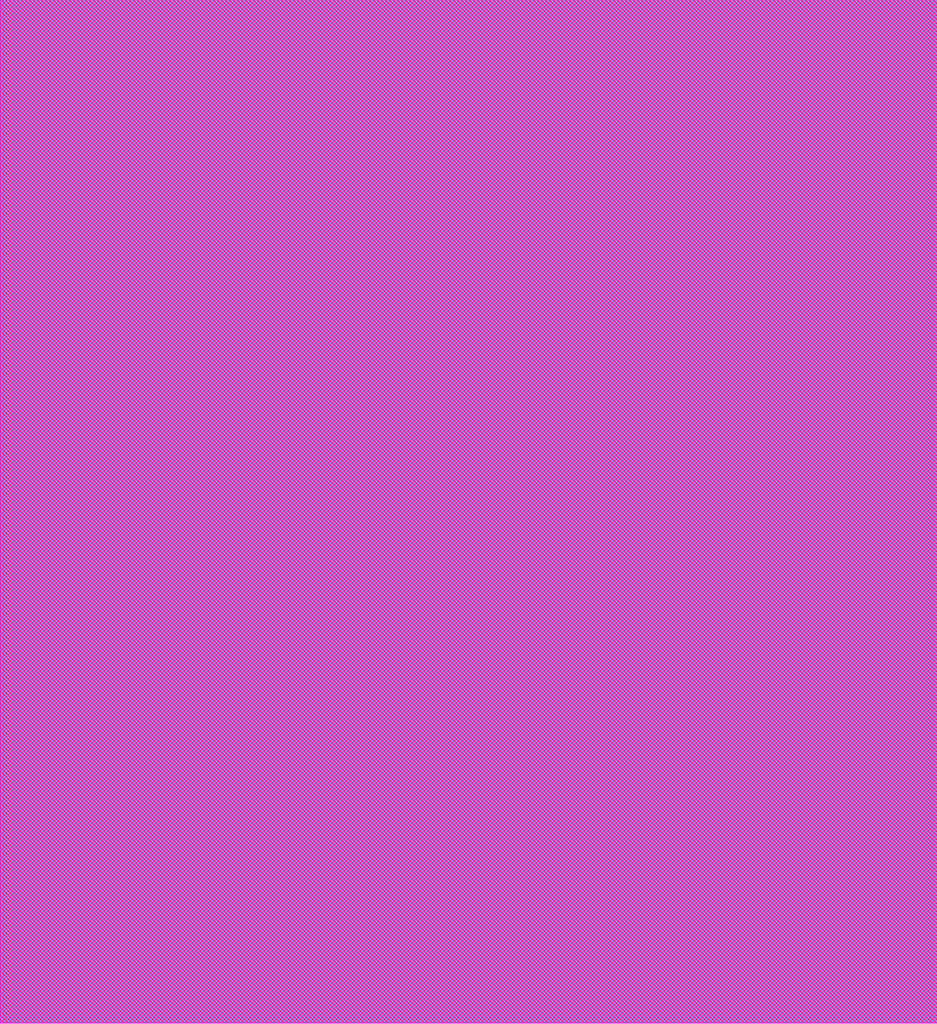
<source format=lef>
###############################################################
#  Generated by:      Cadence Innovus 23.31-s109_1
#  OS:                Linux x86_64(Host ID ei-vm-018.othr.de)
#  Generated on:      Sat Jun 21 02:13:10 2025
#  Design:            fpga_top
#  Command:           savePartition -dir Partitions -def
###############################################################

VERSION 5.8 ;

BUSBITCHARS "[]" ;
DIVIDERCHAR "/" ;

MACRO grid_clb
  CLASS BLOCK ;
  FOREIGN grid_clb 0.000000 0.000000 ;
  ORIGIN 0.000000 0.000000 ;
  SIZE 643.680000 BY 703.080000 ;
  SYMMETRY X Y R90 ;
  PIN pReset[0]
    DIRECTION INPUT ;
    USE SIGNAL ;
  END pReset[0]
  PIN prog_clk[0]
    DIRECTION INPUT ;
    USE SIGNAL ;
  END prog_clk[0]
  PIN set[0]
    DIRECTION INPUT ;
    USE SIGNAL ;
  END set[0]
  PIN reset[0]
    DIRECTION INPUT ;
    USE SIGNAL ;
  END reset[0]
  PIN clk[0]
    DIRECTION INPUT ;
    USE SIGNAL ;
  END clk[0]
  PIN top_width_0_height_0_subtile_0__pin_I_0_[0]
    DIRECTION INPUT ;
    USE SIGNAL ;
  END top_width_0_height_0_subtile_0__pin_I_0_[0]
  PIN top_width_0_height_0_subtile_0__pin_I_4_[0]
    DIRECTION INPUT ;
    USE SIGNAL ;
  END top_width_0_height_0_subtile_0__pin_I_4_[0]
  PIN top_width_0_height_0_subtile_0__pin_I_8_[0]
    DIRECTION INPUT ;
    USE SIGNAL ;
  END top_width_0_height_0_subtile_0__pin_I_8_[0]
  PIN top_width_0_height_0_subtile_0__pin_I_12_[0]
    DIRECTION INPUT ;
    USE SIGNAL ;
  END top_width_0_height_0_subtile_0__pin_I_12_[0]
  PIN top_width_0_height_0_subtile_0__pin_I_16_[0]
    DIRECTION INPUT ;
    USE SIGNAL ;
  END top_width_0_height_0_subtile_0__pin_I_16_[0]
  PIN top_width_0_height_0_subtile_0__pin_I_20_[0]
    DIRECTION INPUT ;
    USE SIGNAL ;
  END top_width_0_height_0_subtile_0__pin_I_20_[0]
  PIN top_width_0_height_0_subtile_0__pin_I_24_[0]
    DIRECTION INPUT ;
    USE SIGNAL ;
  END top_width_0_height_0_subtile_0__pin_I_24_[0]
  PIN top_width_0_height_0_subtile_0__pin_I_28_[0]
    DIRECTION INPUT ;
    USE SIGNAL ;
  END top_width_0_height_0_subtile_0__pin_I_28_[0]
  PIN top_width_0_height_0_subtile_0__pin_I_32_[0]
    DIRECTION INPUT ;
    USE SIGNAL ;
  END top_width_0_height_0_subtile_0__pin_I_32_[0]
  PIN top_width_0_height_0_subtile_0__pin_I_36_[0]
    DIRECTION INPUT ;
    USE SIGNAL ;
  END top_width_0_height_0_subtile_0__pin_I_36_[0]
  PIN top_width_0_height_0_subtile_0__pin_clk_0_[0]
    DIRECTION INPUT ;
    USE SIGNAL ;
  END top_width_0_height_0_subtile_0__pin_clk_0_[0]
  PIN right_width_0_height_0_subtile_0__pin_I_1_[0]
    DIRECTION INPUT ;
    USE SIGNAL ;
  END right_width_0_height_0_subtile_0__pin_I_1_[0]
  PIN right_width_0_height_0_subtile_0__pin_I_5_[0]
    DIRECTION INPUT ;
    USE SIGNAL ;
  END right_width_0_height_0_subtile_0__pin_I_5_[0]
  PIN right_width_0_height_0_subtile_0__pin_I_9_[0]
    DIRECTION INPUT ;
    USE SIGNAL ;
  END right_width_0_height_0_subtile_0__pin_I_9_[0]
  PIN right_width_0_height_0_subtile_0__pin_I_13_[0]
    DIRECTION INPUT ;
    USE SIGNAL ;
  END right_width_0_height_0_subtile_0__pin_I_13_[0]
  PIN right_width_0_height_0_subtile_0__pin_I_17_[0]
    DIRECTION INPUT ;
    USE SIGNAL ;
  END right_width_0_height_0_subtile_0__pin_I_17_[0]
  PIN right_width_0_height_0_subtile_0__pin_I_21_[0]
    DIRECTION INPUT ;
    USE SIGNAL ;
  END right_width_0_height_0_subtile_0__pin_I_21_[0]
  PIN right_width_0_height_0_subtile_0__pin_I_25_[0]
    DIRECTION INPUT ;
    USE SIGNAL ;
  END right_width_0_height_0_subtile_0__pin_I_25_[0]
  PIN right_width_0_height_0_subtile_0__pin_I_29_[0]
    DIRECTION INPUT ;
    USE SIGNAL ;
  END right_width_0_height_0_subtile_0__pin_I_29_[0]
  PIN right_width_0_height_0_subtile_0__pin_I_33_[0]
    DIRECTION INPUT ;
    USE SIGNAL ;
  END right_width_0_height_0_subtile_0__pin_I_33_[0]
  PIN right_width_0_height_0_subtile_0__pin_I_37_[0]
    DIRECTION INPUT ;
    USE SIGNAL ;
  END right_width_0_height_0_subtile_0__pin_I_37_[0]
  PIN bottom_width_0_height_0_subtile_0__pin_I_2_[0]
    DIRECTION INPUT ;
    USE SIGNAL ;
  END bottom_width_0_height_0_subtile_0__pin_I_2_[0]
  PIN bottom_width_0_height_0_subtile_0__pin_I_6_[0]
    DIRECTION INPUT ;
    USE SIGNAL ;
  END bottom_width_0_height_0_subtile_0__pin_I_6_[0]
  PIN bottom_width_0_height_0_subtile_0__pin_I_10_[0]
    DIRECTION INPUT ;
    USE SIGNAL ;
  END bottom_width_0_height_0_subtile_0__pin_I_10_[0]
  PIN bottom_width_0_height_0_subtile_0__pin_I_14_[0]
    DIRECTION INPUT ;
    USE SIGNAL ;
  END bottom_width_0_height_0_subtile_0__pin_I_14_[0]
  PIN bottom_width_0_height_0_subtile_0__pin_I_18_[0]
    DIRECTION INPUT ;
    USE SIGNAL ;
  END bottom_width_0_height_0_subtile_0__pin_I_18_[0]
  PIN bottom_width_0_height_0_subtile_0__pin_I_22_[0]
    DIRECTION INPUT ;
    USE SIGNAL ;
  END bottom_width_0_height_0_subtile_0__pin_I_22_[0]
  PIN bottom_width_0_height_0_subtile_0__pin_I_26_[0]
    DIRECTION INPUT ;
    USE SIGNAL ;
  END bottom_width_0_height_0_subtile_0__pin_I_26_[0]
  PIN bottom_width_0_height_0_subtile_0__pin_I_30_[0]
    DIRECTION INPUT ;
    USE SIGNAL ;
  END bottom_width_0_height_0_subtile_0__pin_I_30_[0]
  PIN bottom_width_0_height_0_subtile_0__pin_I_34_[0]
    DIRECTION INPUT ;
    USE SIGNAL ;
  END bottom_width_0_height_0_subtile_0__pin_I_34_[0]
  PIN bottom_width_0_height_0_subtile_0__pin_I_38_[0]
    DIRECTION INPUT ;
    USE SIGNAL ;
  END bottom_width_0_height_0_subtile_0__pin_I_38_[0]
  PIN left_width_0_height_0_subtile_0__pin_I_3_[0]
    DIRECTION INPUT ;
    USE SIGNAL ;
  END left_width_0_height_0_subtile_0__pin_I_3_[0]
  PIN left_width_0_height_0_subtile_0__pin_I_7_[0]
    DIRECTION INPUT ;
    USE SIGNAL ;
  END left_width_0_height_0_subtile_0__pin_I_7_[0]
  PIN left_width_0_height_0_subtile_0__pin_I_11_[0]
    DIRECTION INPUT ;
    USE SIGNAL ;
  END left_width_0_height_0_subtile_0__pin_I_11_[0]
  PIN left_width_0_height_0_subtile_0__pin_I_15_[0]
    DIRECTION INPUT ;
    USE SIGNAL ;
  END left_width_0_height_0_subtile_0__pin_I_15_[0]
  PIN left_width_0_height_0_subtile_0__pin_I_19_[0]
    DIRECTION INPUT ;
    USE SIGNAL ;
  END left_width_0_height_0_subtile_0__pin_I_19_[0]
  PIN left_width_0_height_0_subtile_0__pin_I_23_[0]
    DIRECTION INPUT ;
    USE SIGNAL ;
  END left_width_0_height_0_subtile_0__pin_I_23_[0]
  PIN left_width_0_height_0_subtile_0__pin_I_27_[0]
    DIRECTION INPUT ;
    USE SIGNAL ;
  END left_width_0_height_0_subtile_0__pin_I_27_[0]
  PIN left_width_0_height_0_subtile_0__pin_I_31_[0]
    DIRECTION INPUT ;
    USE SIGNAL ;
  END left_width_0_height_0_subtile_0__pin_I_31_[0]
  PIN left_width_0_height_0_subtile_0__pin_I_35_[0]
    DIRECTION INPUT ;
    USE SIGNAL ;
  END left_width_0_height_0_subtile_0__pin_I_35_[0]
  PIN left_width_0_height_0_subtile_0__pin_I_39_[0]
    DIRECTION INPUT ;
    USE SIGNAL ;
  END left_width_0_height_0_subtile_0__pin_I_39_[0]
  PIN ccff_head[0]
    DIRECTION INPUT ;
    USE SIGNAL ;
  END ccff_head[0]
  PIN top_width_0_height_0_subtile_0__pin_O_0_[0]
    DIRECTION OUTPUT ;
    USE SIGNAL ;
  END top_width_0_height_0_subtile_0__pin_O_0_[0]
  PIN top_width_0_height_0_subtile_0__pin_O_4_[0]
    DIRECTION OUTPUT ;
    USE SIGNAL ;
  END top_width_0_height_0_subtile_0__pin_O_4_[0]
  PIN top_width_0_height_0_subtile_0__pin_O_8_[0]
    DIRECTION OUTPUT ;
    USE SIGNAL ;
  END top_width_0_height_0_subtile_0__pin_O_8_[0]
  PIN top_width_0_height_0_subtile_0__pin_O_12_[0]
    DIRECTION OUTPUT ;
    USE SIGNAL ;
  END top_width_0_height_0_subtile_0__pin_O_12_[0]
  PIN top_width_0_height_0_subtile_0__pin_O_16_[0]
    DIRECTION OUTPUT ;
    USE SIGNAL ;
  END top_width_0_height_0_subtile_0__pin_O_16_[0]
  PIN right_width_0_height_0_subtile_0__pin_O_1_[0]
    DIRECTION OUTPUT ;
    USE SIGNAL ;
  END right_width_0_height_0_subtile_0__pin_O_1_[0]
  PIN right_width_0_height_0_subtile_0__pin_O_5_[0]
    DIRECTION OUTPUT ;
    USE SIGNAL ;
  END right_width_0_height_0_subtile_0__pin_O_5_[0]
  PIN right_width_0_height_0_subtile_0__pin_O_9_[0]
    DIRECTION OUTPUT ;
    USE SIGNAL ;
  END right_width_0_height_0_subtile_0__pin_O_9_[0]
  PIN right_width_0_height_0_subtile_0__pin_O_13_[0]
    DIRECTION OUTPUT ;
    USE SIGNAL ;
  END right_width_0_height_0_subtile_0__pin_O_13_[0]
  PIN right_width_0_height_0_subtile_0__pin_O_17_[0]
    DIRECTION OUTPUT ;
    USE SIGNAL ;
  END right_width_0_height_0_subtile_0__pin_O_17_[0]
  PIN bottom_width_0_height_0_subtile_0__pin_O_2_[0]
    DIRECTION OUTPUT ;
    USE SIGNAL ;
  END bottom_width_0_height_0_subtile_0__pin_O_2_[0]
  PIN bottom_width_0_height_0_subtile_0__pin_O_6_[0]
    DIRECTION OUTPUT ;
    USE SIGNAL ;
  END bottom_width_0_height_0_subtile_0__pin_O_6_[0]
  PIN bottom_width_0_height_0_subtile_0__pin_O_10_[0]
    DIRECTION OUTPUT ;
    USE SIGNAL ;
  END bottom_width_0_height_0_subtile_0__pin_O_10_[0]
  PIN bottom_width_0_height_0_subtile_0__pin_O_14_[0]
    DIRECTION OUTPUT ;
    USE SIGNAL ;
  END bottom_width_0_height_0_subtile_0__pin_O_14_[0]
  PIN bottom_width_0_height_0_subtile_0__pin_O_18_[0]
    DIRECTION OUTPUT ;
    USE SIGNAL ;
  END bottom_width_0_height_0_subtile_0__pin_O_18_[0]
  PIN left_width_0_height_0_subtile_0__pin_O_3_[0]
    DIRECTION OUTPUT ;
    USE SIGNAL ;
  END left_width_0_height_0_subtile_0__pin_O_3_[0]
  PIN left_width_0_height_0_subtile_0__pin_O_7_[0]
    DIRECTION OUTPUT ;
    USE SIGNAL ;
  END left_width_0_height_0_subtile_0__pin_O_7_[0]
  PIN left_width_0_height_0_subtile_0__pin_O_11_[0]
    DIRECTION OUTPUT ;
    USE SIGNAL ;
  END left_width_0_height_0_subtile_0__pin_O_11_[0]
  PIN left_width_0_height_0_subtile_0__pin_O_15_[0]
    DIRECTION OUTPUT ;
    USE SIGNAL ;
  END left_width_0_height_0_subtile_0__pin_O_15_[0]
  PIN left_width_0_height_0_subtile_0__pin_O_19_[0]
    DIRECTION OUTPUT ;
    USE SIGNAL ;
  END left_width_0_height_0_subtile_0__pin_O_19_[0]
  PIN ccff_tail[0]
    DIRECTION OUTPUT ;
    USE SIGNAL ;
  END ccff_tail[0]
  OBS
    LAYER TopMetal2 ;
      RECT 0.000000 0.000000 643.680000 703.080000 ;
    LAYER TopMetal1 ;
      RECT 0.000000 0.000000 643.680000 703.080000 ;
    LAYER Metal5 ;
      RECT 0.000000 0.000000 643.680000 703.080000 ;
    LAYER Metal4 ;
      RECT 0.000000 0.000000 643.680000 703.080000 ;
    LAYER Metal3 ;
      RECT 0.000000 0.000000 643.680000 703.080000 ;
    LAYER Metal2 ;
      RECT 0.000000 0.000000 643.680000 703.080000 ;
    LAYER Metal1 ;
      RECT 0.000000 0.000000 643.680000 703.080000 ;
  END
END grid_clb

END LIBRARY

</source>
